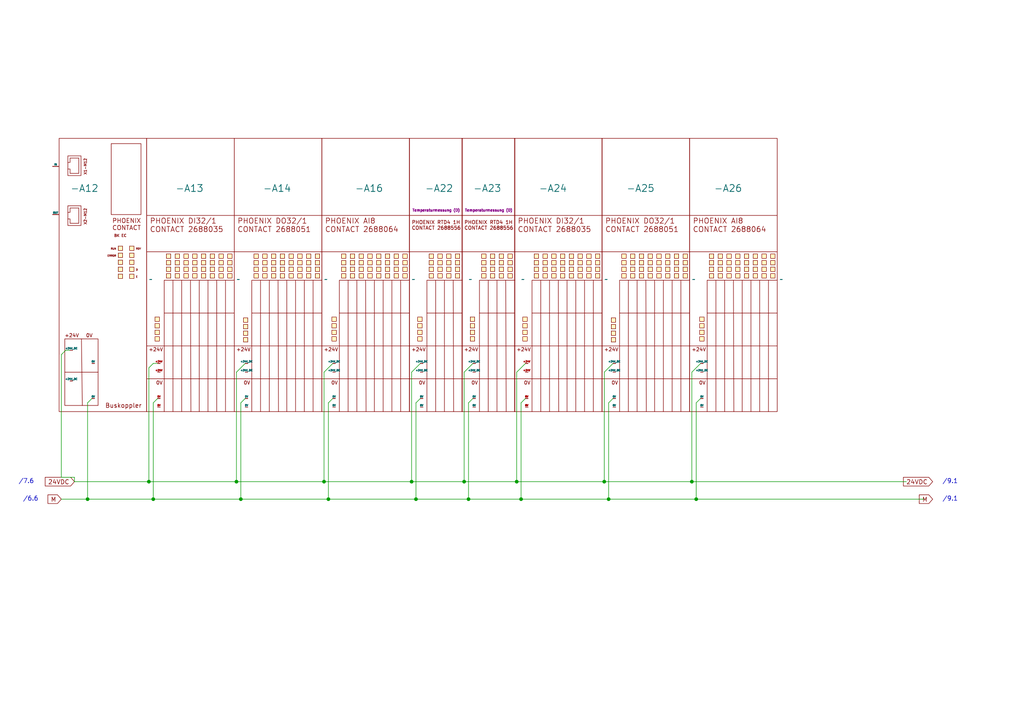
<source format=kicad_sch>
(kicad_sch (version 20250114) (generator "eeschema") (generator_version "9.0")
  (paper "A4")
  (title_block (comment 4 "2"))
  (lib_symbols
    (symbol "PLC_AI8_(A)_1" (pin_numbers (hide yes)) (pin_names (offset 0)) (on_board no)
      (property "Reference" "-A" (at -10.16 52.07 0))
      (symbol "PLC_AI8_(A)_1_0_1"
        (rectangle (start -12.065 50.038) (end 13.335 -29.21))
        (polyline (pts (xy -11.938 27.686) (xy 13.208 27.686)))
        (polyline (pts (xy -6.985 -0.635) (xy 13.335 -0.635)))
        (polyline (pts (xy -6.985 -10.16) (xy 13.335 -10.16)))
        (polyline (pts (xy -6.985 -19.685) (xy 13.335 -19.685)))
        (polyline (pts (xy -6.985 -29.21) (xy -6.985 8.89) (xy 13.335 8.89)))
        (polyline (pts (xy -4.445 -29.21) (xy -4.445 8.89)))
        (polyline (pts (xy -1.905 -29.21) (xy -1.905 8.89)))
        (polyline (pts (xy 0.762 -29.21) (xy 0.635 8.89)))
        (polyline (pts (xy 3.175 -29.21) (xy 3.175 8.89)))
        (polyline (pts (xy 5.715 -29.21) (xy 5.715 8.89)))
        (polyline (pts (xy 8.255 -29.21) (xy 8.255 8.89)))
        (polyline (pts (xy 10.795 -29.21) (xy 10.795 8.89)))
      )
      (symbol "PLC_AI8_(A)_1_1_1"
        (rectangle (start -9.144 -1.778) (end -7.874 -3.048) (fill (type background)))
        (rectangle (start -9.144 -3.683) (end -7.874 -4.953) (fill (type background)))
        (rectangle (start -9.144 -5.588) (end -7.874 -6.858) (fill (type background)))
        (rectangle (start -9.144 -7.493) (end -7.874 -8.763) (fill (type background)))
        (polyline (pts (xy -6.985 -10.16) (xy -12.065 -10.16)))
        (polyline (pts (xy -6.985 -19.685) (xy -12.065 -19.685)))
        (rectangle (start -6.35 16.51) (end -5.08 15.24) (fill (type background)))
        (rectangle (start -6.35 14.605) (end -5.08 13.335) (fill (type background)))
        (rectangle (start -6.35 12.7) (end -5.08 11.43) (fill (type background)))
        (rectangle (start -6.35 10.795) (end -5.08 9.525) (fill (type background)))
        (rectangle (start -3.81 16.51) (end -2.54 15.24) (fill (type background)))
        (rectangle (start -3.81 14.605) (end -2.54 13.335) (fill (type background)))
        (rectangle (start -3.81 12.7) (end -2.54 11.43) (fill (type background)))
        (rectangle (start -3.81 10.795) (end -2.54 9.525) (fill (type background)))
        (rectangle (start -1.27 16.51) (end 0 15.24) (fill (type background)))
        (rectangle (start -1.27 14.605) (end 0 13.335) (fill (type background)))
        (rectangle (start -1.27 12.7) (end 0 11.43) (fill (type background)))
        (rectangle (start -1.27 10.795) (end 0 9.525) (fill (type background)))
        (rectangle (start 1.27 16.51) (end 2.54 15.24) (fill (type background)))
        (rectangle (start 1.27 14.605) (end 2.54 13.335) (fill (type background)))
        (rectangle (start 1.27 12.7) (end 2.54 11.43) (fill (type background)))
        (rectangle (start 1.27 10.795) (end 2.54 9.525) (fill (type background)))
        (rectangle (start 3.81 16.51) (end 5.08 15.24) (fill (type background)))
        (rectangle (start 3.81 14.605) (end 5.08 13.335) (fill (type background)))
        (rectangle (start 3.81 12.7) (end 5.08 11.43) (fill (type background)))
        (rectangle (start 3.81 10.795) (end 5.08 9.525) (fill (type background)))
        (rectangle (start 6.35 16.51) (end 7.62 15.24) (fill (type background)))
        (rectangle (start 6.35 14.605) (end 7.62 13.335) (fill (type background)))
        (rectangle (start 6.35 12.7) (end 7.62 11.43) (fill (type background)))
        (rectangle (start 6.35 10.795) (end 7.62 9.525) (fill (type background)))
        (rectangle (start 8.89 16.51) (end 10.16 15.24) (fill (type background)))
        (rectangle (start 8.89 14.605) (end 10.16 13.335) (fill (type background)))
        (rectangle (start 8.89 12.7) (end 10.16 11.43) (fill (type background)))
        (rectangle (start 8.89 10.795) (end 10.16 9.525) (fill (type background)))
        (rectangle (start 11.43 16.51) (end 12.7 15.24) (fill (type background)))
        (rectangle (start 11.43 14.605) (end 12.7 13.335) (fill (type background)))
        (rectangle (start 11.43 12.7) (end 12.7 11.43) (fill (type background)))
        (rectangle (start 11.43 10.795) (end 12.7 9.525) (fill (type background)))
        (polyline (pts (xy 13.335 17.145) (xy -12.065 17.145)))
        (text "PHOENIX AI8\nCONTACT 2688064" (at -11.176 24.892 0) (effects (font (size 1.524 1.524)) (justify left)))
        (text "+24V" (at -9.398 -11.176 0) (effects (font (size 1.016 1.016))))
        (text "0V" (at -8.382 -20.828 0) (effects (font (size 1.016 1.016))))
        (pin passive line (at -8.89 -15.24 0) (length 0.762) (name "+24V_DC") (number "+24V"))
        (pin passive line (at -8.89 -17.78 0) (length 0.762) (name "+24V_DC") (number "+24V"))
        (pin passive line (at -8.89 -25.4 0) (length 0.762) (name "0V") (number "0V"))
        (pin passive line (at -8.89 -27.94 0) (length 0.762) (name "0V") (number "0V"))
      )
    )
    (symbol "PLC_DI32_(A)_1" (pin_names (offset 0) (hide yes)) (on_board no)
      (property "Reference" "-A" (at 9.652 51.562 0))
      (symbol "PLC_DI32_(A)_1_0_1"
        (rectangle (start -12.065 50.038) (end 13.335 -29.21))
        (polyline (pts (xy -11.938 27.686) (xy 13.208 27.686)))
        (polyline (pts (xy -6.985 -0.635) (xy 13.335 -0.635)))
        (polyline (pts (xy -6.985 -10.16) (xy 13.335 -10.16)))
        (polyline (pts (xy -6.985 -19.685) (xy 13.335 -19.685)))
        (polyline (pts (xy -6.985 -29.21) (xy -6.985 8.89) (xy 13.335 8.89)))
        (polyline (pts (xy -4.445 -29.21) (xy -4.445 8.89)))
        (polyline (pts (xy -1.905 -29.21) (xy -1.905 8.89)))
        (polyline (pts (xy 0.762 -29.21) (xy 0.635 8.89)))
        (polyline (pts (xy 3.175 -29.21) (xy 3.175 8.89)))
        (polyline (pts (xy 5.715 -29.21) (xy 5.715 8.89)))
        (polyline (pts (xy 8.255 -29.21) (xy 8.255 8.89)))
        (polyline (pts (xy 10.795 -29.21) (xy 10.795 8.89)))
      )
      (symbol "PLC_DI32_(A)_1_1_1"
        (rectangle (start -9.652 -1.778) (end -8.382 -3.048) (fill (type background)))
        (rectangle (start -9.652 -3.683) (end -8.382 -4.953) (fill (type background)))
        (rectangle (start -9.652 -5.588) (end -8.382 -6.858) (fill (type background)))
        (rectangle (start -9.652 -7.493) (end -8.382 -8.763) (fill (type background)))
        (polyline (pts (xy -6.985 -10.16) (xy -12.065 -10.16)))
        (polyline (pts (xy -6.985 -19.685) (xy -12.065 -19.685)))
        (rectangle (start -6.35 16.51) (end -5.08 15.24) (fill (type background)))
        (rectangle (start -6.35 14.605) (end -5.08 13.335) (fill (type background)))
        (rectangle (start -6.35 12.7) (end -5.08 11.43) (fill (type background)))
        (rectangle (start -6.35 10.795) (end -5.08 9.525) (fill (type background)))
        (rectangle (start -3.81 16.51) (end -2.54 15.24) (fill (type background)))
        (rectangle (start -3.81 14.605) (end -2.54 13.335) (fill (type background)))
        (rectangle (start -3.81 12.7) (end -2.54 11.43) (fill (type background)))
        (rectangle (start -3.81 10.795) (end -2.54 9.525) (fill (type background)))
        (rectangle (start -1.27 16.51) (end 0 15.24) (fill (type background)))
        (rectangle (start -1.27 14.605) (end 0 13.335) (fill (type background)))
        (rectangle (start -1.27 12.7) (end 0 11.43) (fill (type background)))
        (rectangle (start -1.27 10.795) (end 0 9.525) (fill (type background)))
        (rectangle (start 1.27 16.51) (end 2.54 15.24) (fill (type background)))
        (rectangle (start 1.27 14.605) (end 2.54 13.335) (fill (type background)))
        (rectangle (start 1.27 12.7) (end 2.54 11.43) (fill (type background)))
        (rectangle (start 1.27 10.795) (end 2.54 9.525) (fill (type background)))
        (rectangle (start 3.81 16.51) (end 5.08 15.24) (fill (type background)))
        (rectangle (start 3.81 14.605) (end 5.08 13.335) (fill (type background)))
        (rectangle (start 3.81 12.7) (end 5.08 11.43) (fill (type background)))
        (rectangle (start 3.81 10.795) (end 5.08 9.525) (fill (type background)))
        (rectangle (start 6.35 16.51) (end 7.62 15.24) (fill (type background)))
        (rectangle (start 6.35 14.605) (end 7.62 13.335) (fill (type background)))
        (rectangle (start 6.35 12.7) (end 7.62 11.43) (fill (type background)))
        (rectangle (start 6.35 10.795) (end 7.62 9.525) (fill (type background)))
        (rectangle (start 8.89 16.51) (end 10.16 15.24) (fill (type background)))
        (rectangle (start 8.89 14.605) (end 10.16 13.335) (fill (type background)))
        (rectangle (start 8.89 12.7) (end 10.16 11.43) (fill (type background)))
        (rectangle (start 8.89 10.795) (end 10.16 9.525) (fill (type background)))
        (rectangle (start 11.43 16.51) (end 12.7 15.24) (fill (type background)))
        (rectangle (start 11.43 14.605) (end 12.7 13.335) (fill (type background)))
        (rectangle (start 11.43 12.7) (end 12.7 11.43) (fill (type background)))
        (rectangle (start 11.43 10.795) (end 12.7 9.525) (fill (type background)))
        (polyline (pts (xy 13.335 17.145) (xy -12.065 17.145)))
        (text "PHOENIX DI32/1\nCONTACT 2688035" (at -11.176 24.892 0) (effects (font (size 1.524 1.524)) (justify left)))
        (text "+24V" (at -9.398 -11.176 0) (effects (font (size 1.016 1.016))))
        (text "0V" (at -8.382 -20.828 0) (effects (font (size 1.016 1.016))))
        (pin passive line (at -8.89 -15.24 0) (length 0.762) (name "+24V_DC") (number "+24V"))
        (pin passive line (at -8.89 -17.78 0) (length 0.762) (name "+24V_DC") (number "+24V"))
        (pin passive line (at -8.89 -25.4 0) (length 0.762) (name "0V") (number "0V"))
        (pin passive line (at -8.89 -27.94 0) (length 0.762) (name "0V") (number "0V"))
      )
    )
    (symbol "PLC_DO32_(A)_1" (pin_numbers (hide yes)) (pin_names (offset 0)) (on_board no)
      (property "Reference" "-A" (at -10.16 52.07 0))
      (symbol "PLC_DO32_(A)_1_0_1"
        (rectangle (start -12.065 50.038) (end 13.335 -29.21))
        (polyline (pts (xy -11.938 27.686) (xy 13.208 27.686)))
        (polyline (pts (xy -6.985 -0.635) (xy 13.335 -0.635)))
        (polyline (pts (xy -6.985 -10.16) (xy 13.335 -10.16)))
        (polyline (pts (xy -6.985 -19.685) (xy 13.335 -19.685)))
        (polyline (pts (xy -6.985 -29.21) (xy -6.985 8.89) (xy 13.335 8.89)))
        (polyline (pts (xy -4.445 -29.21) (xy -4.445 8.89)))
        (polyline (pts (xy -1.905 -29.21) (xy -1.905 8.89)))
        (polyline (pts (xy 0.762 -29.21) (xy 0.635 8.89)))
        (polyline (pts (xy 3.175 -29.21) (xy 3.175 8.89)))
        (polyline (pts (xy 5.715 -29.21) (xy 5.715 8.89)))
        (polyline (pts (xy 8.255 -29.21) (xy 8.255 8.89)))
        (polyline (pts (xy 10.795 -29.21) (xy 10.795 8.89)))
      )
      (symbol "PLC_DO32_(A)_1_1_1"
        (rectangle (start -9.398 -2.032) (end -8.128 -3.302) (fill (type background)))
        (rectangle (start -9.398 -3.937) (end -8.128 -5.207) (fill (type background)))
        (rectangle (start -9.398 -5.842) (end -8.128 -7.112) (fill (type background)))
        (rectangle (start -9.398 -7.747) (end -8.128 -9.017) (fill (type background)))
        (polyline (pts (xy -6.985 -10.16) (xy -12.065 -10.16)))
        (polyline (pts (xy -6.985 -19.685) (xy -12.065 -19.685)))
        (rectangle (start -6.35 16.51) (end -5.08 15.24) (fill (type background)))
        (rectangle (start -6.35 14.605) (end -5.08 13.335) (fill (type background)))
        (rectangle (start -6.35 12.7) (end -5.08 11.43) (fill (type background)))
        (rectangle (start -6.35 10.795) (end -5.08 9.525) (fill (type background)))
        (rectangle (start -3.81 16.51) (end -2.54 15.24) (fill (type background)))
        (rectangle (start -3.81 14.605) (end -2.54 13.335) (fill (type background)))
        (rectangle (start -3.81 12.7) (end -2.54 11.43) (fill (type background)))
        (rectangle (start -3.81 10.795) (end -2.54 9.525) (fill (type background)))
        (rectangle (start -1.27 16.51) (end 0 15.24) (fill (type background)))
        (rectangle (start -1.27 14.605) (end 0 13.335) (fill (type background)))
        (rectangle (start -1.27 12.7) (end 0 11.43) (fill (type background)))
        (rectangle (start -1.27 10.795) (end 0 9.525) (fill (type background)))
        (rectangle (start 1.27 16.51) (end 2.54 15.24) (fill (type background)))
        (rectangle (start 1.27 14.605) (end 2.54 13.335) (fill (type background)))
        (rectangle (start 1.27 12.7) (end 2.54 11.43) (fill (type background)))
        (rectangle (start 1.27 10.795) (end 2.54 9.525) (fill (type background)))
        (rectangle (start 3.81 16.51) (end 5.08 15.24) (fill (type background)))
        (rectangle (start 3.81 14.605) (end 5.08 13.335) (fill (type background)))
        (rectangle (start 3.81 12.7) (end 5.08 11.43) (fill (type background)))
        (rectangle (start 3.81 10.795) (end 5.08 9.525) (fill (type background)))
        (rectangle (start 6.35 16.51) (end 7.62 15.24) (fill (type background)))
        (rectangle (start 6.35 14.605) (end 7.62 13.335) (fill (type background)))
        (rectangle (start 6.35 12.7) (end 7.62 11.43) (fill (type background)))
        (rectangle (start 6.35 10.795) (end 7.62 9.525) (fill (type background)))
        (rectangle (start 8.89 16.51) (end 10.16 15.24) (fill (type background)))
        (rectangle (start 8.89 14.605) (end 10.16 13.335) (fill (type background)))
        (rectangle (start 8.89 12.7) (end 10.16 11.43) (fill (type background)))
        (rectangle (start 8.89 10.795) (end 10.16 9.525) (fill (type background)))
        (rectangle (start 11.43 16.51) (end 12.7 15.24) (fill (type background)))
        (rectangle (start 11.43 14.605) (end 12.7 13.335) (fill (type background)))
        (rectangle (start 11.43 12.7) (end 12.7 11.43) (fill (type background)))
        (rectangle (start 11.43 10.795) (end 12.7 9.525) (fill (type background)))
        (polyline (pts (xy 13.335 17.145) (xy -12.065 17.145)))
        (text "PHOENIX DO32/1\nCONTACT 2688051" (at -11.176 24.892 0) (effects (font (size 1.524 1.524)) (justify left)))
        (text "+24V" (at -9.398 -11.176 0) (effects (font (size 1.016 1.016))))
        (text "0V" (at -8.382 -20.828 0) (effects (font (size 1.016 1.016))))
        (pin passive line (at -8.89 -15.24 0) (length 0.762) (name "+24V_DC") (number "+24V"))
        (pin passive line (at -8.89 -17.78 0) (length 0.762) (name "+24V_DC") (number "+24V"))
        (pin passive line (at -8.89 -25.4 0) (length 0.762) (name "0V") (number "0V"))
        (pin passive line (at -8.89 -27.94 0) (length 0.762) (name "0V") (number "0V"))
      )
    )
    (symbol "PLC_RTD4_1H_(A)_1" (pin_numbers (hide yes)) (pin_names (offset 0)) (on_board no)
      (property "Reference" "-A" (at -10.16 52.07 0))
      (property "Verwendung" "Temperaturmessung (O)" (at -4.318 29.21 0))
      (symbol "PLC_RTD4_1H_(A)_1_0_1"
        (rectangle (start -12.065 50.038) (end 3.302 -29.21))
        (polyline (pts (xy -11.938 27.686) (xy 3.2264 27.6823)))
        (polyline (pts (xy -6.985 -0.635) (xy 3.175 -0.635)))
        (polyline (pts (xy -6.985 -10.16) (xy 3.175 -10.16)))
        (polyline (pts (xy -6.985 -19.685) (xy 3.175 -19.685)))
        (polyline (pts (xy -6.985 -29.21) (xy -6.985 8.89) (xy 3.302 8.89)))
        (polyline (pts (xy -4.445 -29.21) (xy -4.445 8.89)))
        (polyline (pts (xy -1.905 -29.21) (xy -1.905 8.89)))
        (polyline (pts (xy 0.762 -29.21) (xy 0.635 8.89)))
      )
      (symbol "PLC_RTD4_1H_(A)_1_1_1"
        (rectangle (start -9.652 -1.778) (end -8.382 -3.048) (fill (type background)))
        (rectangle (start -9.652 -3.683) (end -8.382 -4.953) (fill (type background)))
        (rectangle (start -9.652 -5.588) (end -8.382 -6.858) (fill (type background)))
        (rectangle (start -9.652 -7.493) (end -8.382 -8.763) (fill (type background)))
        (polyline (pts (xy -6.985 -10.16) (xy -12.065 -10.16)))
        (polyline (pts (xy -6.985 -19.685) (xy -12.065 -19.685)))
        (rectangle (start -6.35 16.51) (end -5.08 15.24) (fill (type background)))
        (rectangle (start -6.35 14.605) (end -5.08 13.335) (fill (type background)))
        (rectangle (start -6.35 12.7) (end -5.08 11.43) (fill (type background)))
        (rectangle (start -6.35 10.795) (end -5.08 9.525) (fill (type background)))
        (rectangle (start -3.81 16.51) (end -2.54 15.24) (fill (type background)))
        (rectangle (start -3.81 14.605) (end -2.54 13.335) (fill (type background)))
        (rectangle (start -3.81 12.7) (end -2.54 11.43) (fill (type background)))
        (rectangle (start -3.81 10.795) (end -2.54 9.525) (fill (type background)))
        (rectangle (start -1.27 16.51) (end 0 15.24) (fill (type background)))
        (rectangle (start -1.27 14.605) (end 0 13.335) (fill (type background)))
        (rectangle (start -1.27 12.7) (end 0 11.43) (fill (type background)))
        (rectangle (start -1.27 10.795) (end 0 9.525) (fill (type background)))
        (rectangle (start 1.27 16.51) (end 2.54 15.24) (fill (type background)))
        (rectangle (start 1.27 14.605) (end 2.54 13.335) (fill (type background)))
        (rectangle (start 1.27 12.7) (end 2.54 11.43) (fill (type background)))
        (rectangle (start 1.27 10.795) (end 2.54 9.525) (fill (type background)))
        (polyline (pts (xy 3.175 17.145) (xy -12.065 17.145)))
        (text "PHOENIX RTD4 1H\nCONTACT 2688556" (at -11.43 24.892 0) (effects (font (size 1.016 1.016)) (justify left)))
        (text "+24V" (at -9.398 -11.176 0) (effects (font (size 1.016 1.016))))
        (text "0V" (at -8.382 -20.828 0) (effects (font (size 1.016 1.016))))
        (pin passive line (at -8.89 -15.24 0) (length 0.762) (name "+24V_DC") (number "+24V"))
        (pin passive line (at -8.89 -17.78 0) (length 0.762) (name "+24V_DC") (number "+24V"))
        (pin passive line (at -8.89 -25.4 0) (length 0.762) (name "0V") (number "0V"))
        (pin passive line (at -8.89 -27.94 0) (length 0.762) (name "0V") (number "0V"))
      )
    )
    (symbol "devices:PLC_AI8_(A)" (pin_numbers (hide yes)) (pin_names (offset 0)) (on_board no)
      (property "Reference" "-A" (at -10.16 52.07 0))
      (symbol "PLC_AI8_(A)_0_1"
        (rectangle (start -12.065 50.038) (end 13.335 -29.21))
        (polyline (pts (xy -11.938 27.686) (xy 13.208 27.686)))
        (polyline (pts (xy -6.985 -0.635) (xy 13.335 -0.635)))
        (polyline (pts (xy -6.985 -10.16) (xy 13.335 -10.16)))
        (polyline (pts (xy -6.985 -19.685) (xy 13.335 -19.685)))
        (polyline (pts (xy -6.985 -29.21) (xy -6.985 8.89) (xy 13.335 8.89)))
        (polyline (pts (xy -4.445 -29.21) (xy -4.445 8.89)))
        (polyline (pts (xy -1.905 -29.21) (xy -1.905 8.89)))
        (polyline (pts (xy 0.762 -29.21) (xy 0.635 8.89)))
        (polyline (pts (xy 3.175 -29.21) (xy 3.175 8.89)))
        (polyline (pts (xy 5.715 -29.21) (xy 5.715 8.89)))
        (polyline (pts (xy 8.255 -29.21) (xy 8.255 8.89)))
        (polyline (pts (xy 10.795 -29.21) (xy 10.795 8.89)))
      )
      (symbol "PLC_AI8_(A)_1_1"
        (rectangle (start -9.144 -1.778) (end -7.874 -3.048) (fill (type background)))
        (rectangle (start -9.144 -3.683) (end -7.874 -4.953) (fill (type background)))
        (rectangle (start -9.144 -5.588) (end -7.874 -6.858) (fill (type background)))
        (rectangle (start -9.144 -7.493) (end -7.874 -8.763) (fill (type background)))
        (polyline (pts (xy -6.985 -10.16) (xy -12.065 -10.16)))
        (polyline (pts (xy -6.985 -19.685) (xy -12.065 -19.685)))
        (rectangle (start -6.35 16.51) (end -5.08 15.24) (fill (type background)))
        (rectangle (start -6.35 14.605) (end -5.08 13.335) (fill (type background)))
        (rectangle (start -6.35 12.7) (end -5.08 11.43) (fill (type background)))
        (rectangle (start -6.35 10.795) (end -5.08 9.525) (fill (type background)))
        (rectangle (start -3.81 16.51) (end -2.54 15.24) (fill (type background)))
        (rectangle (start -3.81 14.605) (end -2.54 13.335) (fill (type background)))
        (rectangle (start -3.81 12.7) (end -2.54 11.43) (fill (type background)))
        (rectangle (start -3.81 10.795) (end -2.54 9.525) (fill (type background)))
        (rectangle (start -1.27 16.51) (end 0 15.24) (fill (type background)))
        (rectangle (start -1.27 14.605) (end 0 13.335) (fill (type background)))
        (rectangle (start -1.27 12.7) (end 0 11.43) (fill (type background)))
        (rectangle (start -1.27 10.795) (end 0 9.525) (fill (type background)))
        (rectangle (start 1.27 16.51) (end 2.54 15.24) (fill (type background)))
        (rectangle (start 1.27 14.605) (end 2.54 13.335) (fill (type background)))
        (rectangle (start 1.27 12.7) (end 2.54 11.43) (fill (type background)))
        (rectangle (start 1.27 10.795) (end 2.54 9.525) (fill (type background)))
        (rectangle (start 3.81 16.51) (end 5.08 15.24) (fill (type background)))
        (rectangle (start 3.81 14.605) (end 5.08 13.335) (fill (type background)))
        (rectangle (start 3.81 12.7) (end 5.08 11.43) (fill (type background)))
        (rectangle (start 3.81 10.795) (end 5.08 9.525) (fill (type background)))
        (rectangle (start 6.35 16.51) (end 7.62 15.24) (fill (type background)))
        (rectangle (start 6.35 14.605) (end 7.62 13.335) (fill (type background)))
        (rectangle (start 6.35 12.7) (end 7.62 11.43) (fill (type background)))
        (rectangle (start 6.35 10.795) (end 7.62 9.525) (fill (type background)))
        (rectangle (start 8.89 16.51) (end 10.16 15.24) (fill (type background)))
        (rectangle (start 8.89 14.605) (end 10.16 13.335) (fill (type background)))
        (rectangle (start 8.89 12.7) (end 10.16 11.43) (fill (type background)))
        (rectangle (start 8.89 10.795) (end 10.16 9.525) (fill (type background)))
        (rectangle (start 11.43 16.51) (end 12.7 15.24) (fill (type background)))
        (rectangle (start 11.43 14.605) (end 12.7 13.335) (fill (type background)))
        (rectangle (start 11.43 12.7) (end 12.7 11.43) (fill (type background)))
        (rectangle (start 11.43 10.795) (end 12.7 9.525) (fill (type background)))
        (polyline (pts (xy 13.335 17.145) (xy -12.065 17.145)))
        (text "PHOENIX AI8\nCONTACT 2688064" (at -11.176 24.892 0) (effects (font (size 1.524 1.524)) (justify left)))
        (text "+24V" (at -9.398 -11.176 0) (effects (font (size 1.016 1.016))))
        (text "0V" (at -8.382 -20.828 0) (effects (font (size 1.016 1.016))))
        (pin passive line (at -8.89 -15.24 0) (length 0.762) (name "+24V_DC") (number "+24V"))
        (pin passive line (at -8.89 -17.78 0) (length 0.762) (name "+24V_DC") (number "+24V"))
        (pin passive line (at -8.89 -25.4 0) (length 0.762) (name "0V") (number "0V"))
        (pin passive line (at -8.89 -27.94 0) (length 0.762) (name "0V") (number "0V"))
      )
    )
    (symbol "devices:PLC_BK-EC_(A)_Buskoppler" (pin_numbers (hide yes)) (pin_names (offset 0))
      (property "Reference" "-A" (at -10.16 52.324 0))
      (symbol "PLC_BK-EC_(A)_Buskoppler_0_1"
        (rectangle (start -12.065 50.038) (end 13.335 -29.21))
        (polyline (pts (xy -9.525 43.053) (xy -8.89 43.053) (xy -8.89 44.323) (xy -6.35 44.323) (xy -6.35 39.878) (xy -8.89 39.878) (xy -8.89 40.513) (xy -8.89 41.148) (xy -9.525 41.148)))
        (polyline (pts (xy -9.525 28.575) (xy -8.89 28.575) (xy -8.89 29.845) (xy -6.35 29.845) (xy -6.35 25.4) (xy -8.89 25.4) (xy -8.89 26.035) (xy -8.89 26.67) (xy -9.525 26.67)))
        (rectangle (start -5.715 44.958) (end -9.525 39.243))
        (rectangle (start -5.715 30.48) (end -9.525 24.765))
      )
      (symbol "PLC_BK-EC_(A)_Buskoppler_1_1"
        (polyline (pts (xy -10.414 -17.78) (xy -0.762 -17.78)))
        (rectangle (start -10.414 -27.432) (end -0.762 -8.128))
        (polyline (pts (xy -5.588 -8.128) (xy -5.334 -27.432)))
        (rectangle (start 3.048 48.514) (end 11.684 27.94) (fill (type color)))
        (rectangle (start 5.08 18.796) (end 6.35 17.526) (fill (type background)))
        (rectangle (start 5.08 16.764) (end 6.35 15.494) (fill (type background)))
        (rectangle (start 5.08 14.732) (end 6.35 13.462) (fill (type background)))
        (rectangle (start 5.08 12.7) (end 6.35 11.43) (fill (type background)))
        (rectangle (start 5.08 10.668) (end 6.35 9.398) (fill (type background)))
        (rectangle (start 8.382 18.796) (end 9.652 17.526) (fill (type background)))
        (rectangle (start 8.382 16.764) (end 9.652 15.494) (fill (type background)))
        (rectangle (start 8.382 14.732) (end 9.652 13.462) (fill (type background)))
        (rectangle (start 8.382 12.7) (end 9.652 11.43) (fill (type background)))
        (rectangle (start 8.382 10.668) (end 9.652 9.398) (fill (type background)))
        (text "+24V" (at -8.382 -7.112 0) (effects (font (size 1.016 1.016))))
        (text "X1-M12" (at -4.445 41.91 900) (effects (font (size 0.762 0.762))))
        (text "X2-M12" (at -4.445 27.432 900) (effects (font (size 0.762 0.762))))
        (text "0V" (at -3.302 -7.112 0) (effects (font (size 1.016 1.016))))
        (text "PHOENIX\nCONTACT" (at 3.302 25.146 0) (effects (font (size 1.27 1.27)) (justify left)))
        (text "BK EC" (at 3.81 21.844 0) (effects (font (size 0.762 0.762)) (justify left)))
        (text "RUN" (at 4.572 18.034 0) (effects (font (size 0.508 0.508)) (justify right)))
        (text "ERROR" (at 4.572 16.002 0) (effects (font (size 0.508 0.508)) (justify right)))
        (text "Buskoppler" (at 6.604 -27.432 0) (effects (font (size 1.27 1.27))))
        (text "RDY" (at 10.16 18.034 0) (effects (font (size 0.508 0.508)) (justify left)))
        (text "D" (at 10.16 11.938 0) (effects (font (size 0.508 0.508)) (justify left)))
        (text "E" (at 10.16 9.906 0) (effects (font (size 0.508 0.508)) (justify left)))
        (pin bidirectional line (at -13.97 41.91 0) (length 1.778) (name "IN") (number "IN"))
        (pin bidirectional line (at -13.97 27.94 0) (length 1.778) (name "OUT") (number "OUT"))
        (pin passive line (at -8.89 -11.43 0) (length 0.762) (name "+24V_DC") (number "+24V"))
        (pin passive line (at -8.89 -20.32 0) (length 0.762) (name "+24V_DC") (number "+24V"))
        (pin passive line (at -2.54 -15.24 0) (length 0.762) (name "0V") (number "0V"))
        (pin passive line (at -2.54 -25.4 0) (length 0.762) (name "0V") (number "0V"))
      )
    )
    (symbol "devices:PLC_DI32_(A)" (pin_names (offset 0) (hide yes)) (on_board no)
      (property "Reference" "-A" (at 9.652 51.562 0))
      (symbol "PLC_DI32_(A)_0_1"
        (rectangle (start -12.065 50.038) (end 13.335 -29.21))
        (polyline (pts (xy -11.938 27.686) (xy 13.208 27.686)))
        (polyline (pts (xy -6.985 -0.635) (xy 13.335 -0.635)))
        (polyline (pts (xy -6.985 -10.16) (xy 13.335 -10.16)))
        (polyline (pts (xy -6.985 -19.685) (xy 13.335 -19.685)))
        (polyline (pts (xy -6.985 -29.21) (xy -6.985 8.89) (xy 13.335 8.89)))
        (polyline (pts (xy -4.445 -29.21) (xy -4.445 8.89)))
        (polyline (pts (xy -1.905 -29.21) (xy -1.905 8.89)))
        (polyline (pts (xy 0.762 -29.21) (xy 0.635 8.89)))
        (polyline (pts (xy 3.175 -29.21) (xy 3.175 8.89)))
        (polyline (pts (xy 5.715 -29.21) (xy 5.715 8.89)))
        (polyline (pts (xy 8.255 -29.21) (xy 8.255 8.89)))
        (polyline (pts (xy 10.795 -29.21) (xy 10.795 8.89)))
      )
      (symbol "PLC_DI32_(A)_1_1"
        (rectangle (start -9.652 -1.778) (end -8.382 -3.048) (fill (type background)))
        (rectangle (start -9.652 -3.683) (end -8.382 -4.953) (fill (type background)))
        (rectangle (start -9.652 -5.588) (end -8.382 -6.858) (fill (type background)))
        (rectangle (start -9.652 -7.493) (end -8.382 -8.763) (fill (type background)))
        (polyline (pts (xy -6.985 -10.16) (xy -12.065 -10.16)))
        (polyline (pts (xy -6.985 -19.685) (xy -12.065 -19.685)))
        (rectangle (start -6.35 16.51) (end -5.08 15.24) (fill (type background)))
        (rectangle (start -6.35 14.605) (end -5.08 13.335) (fill (type background)))
        (rectangle (start -6.35 12.7) (end -5.08 11.43) (fill (type background)))
        (rectangle (start -6.35 10.795) (end -5.08 9.525) (fill (type background)))
        (rectangle (start -3.81 16.51) (end -2.54 15.24) (fill (type background)))
        (rectangle (start -3.81 14.605) (end -2.54 13.335) (fill (type background)))
        (rectangle (start -3.81 12.7) (end -2.54 11.43) (fill (type background)))
        (rectangle (start -3.81 10.795) (end -2.54 9.525) (fill (type background)))
        (rectangle (start -1.27 16.51) (end 0 15.24) (fill (type background)))
        (rectangle (start -1.27 14.605) (end 0 13.335) (fill (type background)))
        (rectangle (start -1.27 12.7) (end 0 11.43) (fill (type background)))
        (rectangle (start -1.27 10.795) (end 0 9.525) (fill (type background)))
        (rectangle (start 1.27 16.51) (end 2.54 15.24) (fill (type background)))
        (rectangle (start 1.27 14.605) (end 2.54 13.335) (fill (type background)))
        (rectangle (start 1.27 12.7) (end 2.54 11.43) (fill (type background)))
        (rectangle (start 1.27 10.795) (end 2.54 9.525) (fill (type background)))
        (rectangle (start 3.81 16.51) (end 5.08 15.24) (fill (type background)))
        (rectangle (start 3.81 14.605) (end 5.08 13.335) (fill (type background)))
        (rectangle (start 3.81 12.7) (end 5.08 11.43) (fill (type background)))
        (rectangle (start 3.81 10.795) (end 5.08 9.525) (fill (type background)))
        (rectangle (start 6.35 16.51) (end 7.62 15.24) (fill (type background)))
        (rectangle (start 6.35 14.605) (end 7.62 13.335) (fill (type background)))
        (rectangle (start 6.35 12.7) (end 7.62 11.43) (fill (type background)))
        (rectangle (start 6.35 10.795) (end 7.62 9.525) (fill (type background)))
        (rectangle (start 8.89 16.51) (end 10.16 15.24) (fill (type background)))
        (rectangle (start 8.89 14.605) (end 10.16 13.335) (fill (type background)))
        (rectangle (start 8.89 12.7) (end 10.16 11.43) (fill (type background)))
        (rectangle (start 8.89 10.795) (end 10.16 9.525) (fill (type background)))
        (rectangle (start 11.43 16.51) (end 12.7 15.24) (fill (type background)))
        (rectangle (start 11.43 14.605) (end 12.7 13.335) (fill (type background)))
        (rectangle (start 11.43 12.7) (end 12.7 11.43) (fill (type background)))
        (rectangle (start 11.43 10.795) (end 12.7 9.525) (fill (type background)))
        (polyline (pts (xy 13.335 17.145) (xy -12.065 17.145)))
        (text "PHOENIX DI32/1\nCONTACT 2688035" (at -11.176 24.892 0) (effects (font (size 1.524 1.524)) (justify left)))
        (text "+24V" (at -9.398 -11.176 0) (effects (font (size 1.016 1.016))))
        (text "0V" (at -8.382 -20.828 0) (effects (font (size 1.016 1.016))))
        (pin passive line (at -8.89 -15.24 0) (length 0.762) (name "+24V_DC") (number "+24V"))
        (pin passive line (at -8.89 -17.78 0) (length 0.762) (name "+24V_DC") (number "+24V"))
        (pin passive line (at -8.89 -25.4 0) (length 0.762) (name "0V") (number "0V"))
        (pin passive line (at -8.89 -27.94 0) (length 0.762) (name "0V") (number "0V"))
      )
    )
    (symbol "devices:PLC_DO32_(A)" (pin_numbers (hide yes)) (pin_names (offset 0)) (on_board no)
      (property "Reference" "-A" (at -10.16 52.07 0))
      (symbol "PLC_DO32_(A)_0_1"
        (rectangle (start -12.065 50.038) (end 13.335 -29.21))
        (polyline (pts (xy -11.938 27.686) (xy 13.208 27.686)))
        (polyline (pts (xy -6.985 -0.635) (xy 13.335 -0.635)))
        (polyline (pts (xy -6.985 -10.16) (xy 13.335 -10.16)))
        (polyline (pts (xy -6.985 -19.685) (xy 13.335 -19.685)))
        (polyline (pts (xy -6.985 -29.21) (xy -6.985 8.89) (xy 13.335 8.89)))
        (polyline (pts (xy -4.445 -29.21) (xy -4.445 8.89)))
        (polyline (pts (xy -1.905 -29.21) (xy -1.905 8.89)))
        (polyline (pts (xy 0.762 -29.21) (xy 0.635 8.89)))
        (polyline (pts (xy 3.175 -29.21) (xy 3.175 8.89)))
        (polyline (pts (xy 5.715 -29.21) (xy 5.715 8.89)))
        (polyline (pts (xy 8.255 -29.21) (xy 8.255 8.89)))
        (polyline (pts (xy 10.795 -29.21) (xy 10.795 8.89)))
      )
      (symbol "PLC_DO32_(A)_1_1"
        (rectangle (start -9.398 -2.032) (end -8.128 -3.302) (fill (type background)))
        (rectangle (start -9.398 -3.937) (end -8.128 -5.207) (fill (type background)))
        (rectangle (start -9.398 -5.842) (end -8.128 -7.112) (fill (type background)))
        (rectangle (start -9.398 -7.747) (end -8.128 -9.017) (fill (type background)))
        (polyline (pts (xy -6.985 -10.16) (xy -12.065 -10.16)))
        (polyline (pts (xy -6.985 -19.685) (xy -12.065 -19.685)))
        (rectangle (start -6.35 16.51) (end -5.08 15.24) (fill (type background)))
        (rectangle (start -6.35 14.605) (end -5.08 13.335) (fill (type background)))
        (rectangle (start -6.35 12.7) (end -5.08 11.43) (fill (type background)))
        (rectangle (start -6.35 10.795) (end -5.08 9.525) (fill (type background)))
        (rectangle (start -3.81 16.51) (end -2.54 15.24) (fill (type background)))
        (rectangle (start -3.81 14.605) (end -2.54 13.335) (fill (type background)))
        (rectangle (start -3.81 12.7) (end -2.54 11.43) (fill (type background)))
        (rectangle (start -3.81 10.795) (end -2.54 9.525) (fill (type background)))
        (rectangle (start -1.27 16.51) (end 0 15.24) (fill (type background)))
        (rectangle (start -1.27 14.605) (end 0 13.335) (fill (type background)))
        (rectangle (start -1.27 12.7) (end 0 11.43) (fill (type background)))
        (rectangle (start -1.27 10.795) (end 0 9.525) (fill (type background)))
        (rectangle (start 1.27 16.51) (end 2.54 15.24) (fill (type background)))
        (rectangle (start 1.27 14.605) (end 2.54 13.335) (fill (type background)))
        (rectangle (start 1.27 12.7) (end 2.54 11.43) (fill (type background)))
        (rectangle (start 1.27 10.795) (end 2.54 9.525) (fill (type background)))
        (rectangle (start 3.81 16.51) (end 5.08 15.24) (fill (type background)))
        (rectangle (start 3.81 14.605) (end 5.08 13.335) (fill (type background)))
        (rectangle (start 3.81 12.7) (end 5.08 11.43) (fill (type background)))
        (rectangle (start 3.81 10.795) (end 5.08 9.525) (fill (type background)))
        (rectangle (start 6.35 16.51) (end 7.62 15.24) (fill (type background)))
        (rectangle (start 6.35 14.605) (end 7.62 13.335) (fill (type background)))
        (rectangle (start 6.35 12.7) (end 7.62 11.43) (fill (type background)))
        (rectangle (start 6.35 10.795) (end 7.62 9.525) (fill (type background)))
        (rectangle (start 8.89 16.51) (end 10.16 15.24) (fill (type background)))
        (rectangle (start 8.89 14.605) (end 10.16 13.335) (fill (type background)))
        (rectangle (start 8.89 12.7) (end 10.16 11.43) (fill (type background)))
        (rectangle (start 8.89 10.795) (end 10.16 9.525) (fill (type background)))
        (rectangle (start 11.43 16.51) (end 12.7 15.24) (fill (type background)))
        (rectangle (start 11.43 14.605) (end 12.7 13.335) (fill (type background)))
        (rectangle (start 11.43 12.7) (end 12.7 11.43) (fill (type background)))
        (rectangle (start 11.43 10.795) (end 12.7 9.525) (fill (type background)))
        (polyline (pts (xy 13.335 17.145) (xy -12.065 17.145)))
        (text "PHOENIX DO32/1\nCONTACT 2688051" (at -11.176 24.892 0) (effects (font (size 1.524 1.524)) (justify left)))
        (text "+24V" (at -9.398 -11.176 0) (effects (font (size 1.016 1.016))))
        (text "0V" (at -8.382 -20.828 0) (effects (font (size 1.016 1.016))))
        (pin passive line (at -8.89 -15.24 0) (length 0.762) (name "+24V_DC") (number "+24V"))
        (pin passive line (at -8.89 -17.78 0) (length 0.762) (name "+24V_DC") (number "+24V"))
        (pin passive line (at -8.89 -25.4 0) (length 0.762) (name "0V") (number "0V"))
        (pin passive line (at -8.89 -27.94 0) (length 0.762) (name "0V") (number "0V"))
      )
    )
    (symbol "devices:PLC_RTD4_1H_(A)" (pin_numbers (hide yes)) (pin_names (offset 0)) (on_board no)
      (property "Reference" "-A" (at -10.16 52.07 0))
      (property "Verwendung" "Temperaturmessung (O)" (at -4.318 29.21 0))
      (symbol "PLC_RTD4_1H_(A)_0_1"
        (rectangle (start -12.065 50.038) (end 3.302 -29.21))
        (polyline (pts (xy -11.938 27.686) (xy 3.2264 27.6823)))
        (polyline (pts (xy -6.985 -0.635) (xy 3.175 -0.635)))
        (polyline (pts (xy -6.985 -10.16) (xy 3.175 -10.16)))
        (polyline (pts (xy -6.985 -19.685) (xy 3.175 -19.685)))
        (polyline (pts (xy -6.985 -29.21) (xy -6.985 8.89) (xy 3.302 8.89)))
        (polyline (pts (xy -4.445 -29.21) (xy -4.445 8.89)))
        (polyline (pts (xy -1.905 -29.21) (xy -1.905 8.89)))
        (polyline (pts (xy 0.762 -29.21) (xy 0.635 8.89)))
      )
      (symbol "PLC_RTD4_1H_(A)_1_1"
        (rectangle (start -9.652 -1.778) (end -8.382 -3.048) (fill (type background)))
        (rectangle (start -9.652 -3.683) (end -8.382 -4.953) (fill (type background)))
        (rectangle (start -9.652 -5.588) (end -8.382 -6.858) (fill (type background)))
        (rectangle (start -9.652 -7.493) (end -8.382 -8.763) (fill (type background)))
        (polyline (pts (xy -6.985 -10.16) (xy -12.065 -10.16)))
        (polyline (pts (xy -6.985 -19.685) (xy -12.065 -19.685)))
        (rectangle (start -6.35 16.51) (end -5.08 15.24) (fill (type background)))
        (rectangle (start -6.35 14.605) (end -5.08 13.335) (fill (type background)))
        (rectangle (start -6.35 12.7) (end -5.08 11.43) (fill (type background)))
        (rectangle (start -6.35 10.795) (end -5.08 9.525) (fill (type background)))
        (rectangle (start -3.81 16.51) (end -2.54 15.24) (fill (type background)))
        (rectangle (start -3.81 14.605) (end -2.54 13.335) (fill (type background)))
        (rectangle (start -3.81 12.7) (end -2.54 11.43) (fill (type background)))
        (rectangle (start -3.81 10.795) (end -2.54 9.525) (fill (type background)))
        (rectangle (start -1.27 16.51) (end 0 15.24) (fill (type background)))
        (rectangle (start -1.27 14.605) (end 0 13.335) (fill (type background)))
        (rectangle (start -1.27 12.7) (end 0 11.43) (fill (type background)))
        (rectangle (start -1.27 10.795) (end 0 9.525) (fill (type background)))
        (rectangle (start 1.27 16.51) (end 2.54 15.24) (fill (type background)))
        (rectangle (start 1.27 14.605) (end 2.54 13.335) (fill (type background)))
        (rectangle (start 1.27 12.7) (end 2.54 11.43) (fill (type background)))
        (rectangle (start 1.27 10.795) (end 2.54 9.525) (fill (type background)))
        (polyline (pts (xy 3.175 17.145) (xy -12.065 17.145)))
        (text "PHOENIX RTD4 1H\nCONTACT 2688556" (at -11.43 24.892 0) (effects (font (size 1.016 1.016)) (justify left)))
        (text "+24V" (at -9.398 -11.176 0) (effects (font (size 1.016 1.016))))
        (text "0V" (at -8.382 -20.828 0) (effects (font (size 1.016 1.016))))
        (pin passive line (at -8.89 -15.24 0) (length 0.762) (name "+24V_DC") (number "+24V"))
        (pin passive line (at -8.89 -17.78 0) (length 0.762) (name "+24V_DC") (number "+24V"))
        (pin passive line (at -8.89 -25.4 0) (length 0.762) (name "0V") (number "0V"))
        (pin passive line (at -8.89 -27.94 0) (length 0.762) (name "0V") (number "0V"))
      )
    )
  )
  (text "/9.1" (at 275.59 139.7 0) (effects (font (size 1.27 1.27))))
  (text "/9.1" (at 275.59 144.78 0) (effects (font (size 1.27 1.27))))
  (text "/6.6" (at 8.89 144.78 0) (effects (font (size 1.27 1.27))))
  (text "/7.6\n" (at 7.62 139.7 0) (effects (font (size 1.27 1.27))))
  (junction (at 200.66 139.7))
  (junction (at 44.45 144.78))
  (junction (at 134.62 139.7))
  (junction (at 149.86 139.7))
  (junction (at 69.85 144.78))
  (junction (at 68.58 139.7))
  (junction (at 93.98 139.7))
  (junction (at 201.93 144.78))
  (junction (at 176.53 144.78))
  (junction (at 95.25 144.78))
  (junction (at 175.26 139.7))
  (junction (at 119.38 139.7))
  (junction (at 120.65 144.78))
  (junction (at 151.13 144.78))
  (junction (at 43.18 139.7))
  (junction (at 135.89 144.78))
  (junction (at 25.4 144.78))
  (wire (pts (xy 45.72 105.41) (xy 44.45 105.41)))
  (wire (pts (xy 119.38 107.95) (xy 119.38 139.7)))
  (wire (pts (xy 137.16 105.41) (xy 134.62 107.95)))
  (wire (pts (xy 175.26 107.95) (xy 175.26 139.7)))
  (wire (pts (xy 95.25 144.78) (xy 120.65 144.78)))
  (wire (pts (xy 44.45 116.84) (xy 44.45 144.78)))
  (wire (pts (xy 71.12 105.41) (xy 68.58 107.95)))
  (wire (pts (xy 137.16 115.57) (xy 135.89 116.84)))
  (wire (pts (xy 68.58 107.95) (xy 68.58 139.7)))
  (wire (pts (xy 121.92 105.41) (xy 119.38 107.95)))
  (wire (pts (xy 21.59 138.43) (xy 17.78 138.43)))
  (wire (pts (xy 201.93 116.84) (xy 201.93 144.78)))
  (wire (pts (xy 21.59 138.43) (xy 21.59 139.7)))
  (wire (pts (xy 175.26 139.7) (xy 200.66 139.7)))
  (wire (pts (xy 96.52 105.41) (xy 93.98 107.95)))
  (wire (pts (xy 69.85 144.78) (xy 95.25 144.78)))
  (wire (pts (xy 151.13 144.78) (xy 176.53 144.78)))
  (wire (pts (xy 45.72 115.57) (xy 44.45 116.84)))
  (wire (pts (xy 25.4 144.78) (xy 44.45 144.78)))
  (wire (pts (xy 119.38 139.7) (xy 134.62 139.7)))
  (wire (pts (xy 44.45 144.78) (xy 69.85 144.78)))
  (wire (pts (xy 120.65 144.78) (xy 135.89 144.78)))
  (wire (pts (xy 135.89 144.78) (xy 151.13 144.78)))
  (wire (pts (xy 71.12 115.57) (xy 69.85 116.84)))
  (wire (pts (xy 96.52 115.57) (xy 95.25 116.84)))
  (wire (pts (xy 17.78 138.43) (xy 17.78 102.87)))
  (wire (pts (xy 95.25 116.84) (xy 95.25 144.78)))
  (wire (pts (xy 203.2 105.41) (xy 200.66 107.95)))
  (wire (pts (xy 134.62 139.7) (xy 149.86 139.7)))
  (wire (pts (xy 121.92 115.57) (xy 120.65 116.84)))
  (wire (pts (xy 177.8 115.57) (xy 176.53 116.84)))
  (wire (pts (xy 69.85 116.84) (xy 69.85 144.78)))
  (wire (pts (xy 20.32 101.6) (xy 19.05 101.6)))
  (wire (pts (xy 21.59 139.7) (xy 43.18 139.7)))
  (wire (pts (xy 201.93 144.78) (xy 267.97 144.78)))
  (wire (pts (xy 93.98 107.95) (xy 93.98 139.7)))
  (wire (pts (xy 43.18 106.68) (xy 43.18 139.7)))
  (wire (pts (xy 151.13 116.84) (xy 151.13 144.78)))
  (wire (pts (xy 176.53 116.84) (xy 176.53 144.78)))
  (wire (pts (xy 44.45 105.41) (xy 43.18 106.68)))
  (wire (pts (xy 149.86 139.7) (xy 175.26 139.7)))
  (wire (pts (xy 200.66 139.7) (xy 262.89 139.7)))
  (wire (pts (xy 149.86 107.95) (xy 149.86 139.7)))
  (wire (pts (xy 68.58 139.7) (xy 93.98 139.7)))
  (wire (pts (xy 120.65 116.84) (xy 120.65 144.78)))
  (wire (pts (xy 200.66 107.95) (xy 200.66 139.7)))
  (wire (pts (xy 152.4 105.41) (xy 149.86 107.95)))
  (wire (pts (xy 177.8 105.41) (xy 175.26 107.95)))
  (wire (pts (xy 135.89 116.84) (xy 135.89 144.78)))
  (wire (pts (xy 152.4 115.57) (xy 151.13 116.84)))
  (wire (pts (xy 203.2 115.57) (xy 201.93 116.84)))
  (wire (pts (xy 43.18 139.7) (xy 68.58 139.7)))
  (wire (pts (xy 176.53 144.78) (xy 201.93 144.78)))
  (wire (pts (xy 93.98 139.7) (xy 119.38 139.7)))
  (wire (pts (xy 134.62 107.95) (xy 134.62 139.7)))
  (wire (pts (xy 17.78 144.78) (xy 25.4 144.78)))
  (wire (pts (xy 19.05 101.6) (xy 17.78 102.87)))
  (wire (pts (xy 26.67 115.57) (xy 25.4 116.84)))
  (wire (pts (xy 25.4 116.84) (xy 25.4 144.78)))
  (global_label "M" (shape input) (at 270.51 144.78 180) (property "Intersheetrefs" "${INTERSHEET_REFS}" (effects (hide yes))))
  (global_label "24VDC" (shape input) (at 21.59 139.7 180) (property "Intersheetrefs" "${INTERSHEET_REFS}" (effects (hide yes))))
  (global_label "24VDC" (shape input) (at 270.51 139.7 180) (property "Intersheetrefs" "${INTERSHEET_REFS}" (effects (hide yes))))
  (global_label "M" (shape input) (at 17.78 144.78 180) (property "Intersheetrefs" "${INTERSHEET_REFS}" (effects (hide yes))))
  (symbol (lib_name "PLC_RTD4_1H_(A)_1") (lib_id "devices:PLC_RTD4_1H_(A)") (at 146.05 90.17 0) (unit 1) (on_board no)
    (property "Reference" "-A23" (at 137.16 54.61 0) (effects (font (size 2 2)) (justify left)))
    (property "Value" "~" (at 151.13 81.0259 0) (effects (justify left)))
    (property "Verwendung" "Temperaturmessung (O)" (at 141.732 60.96 0) (effects (font (size 0.762 0.762))))
  )
  (symbol (lib_id "devices:PLC_AI8_(A)") (at 105.41 90.17 0) (unit 1) (on_board no)
    (property "Reference" "-A16" (at 102.87 54.61 0) (effects (font (size 2 2)) (justify left)))
    (property "Value" "~" (at 119.38 81.0259 0) (effects (justify left)))
  )
  (symbol (lib_name "PLC_AI8_(A)_1") (lib_id "devices:PLC_AI8_(A)") (at 212.09 90.17 0) (unit 1) (on_board no)
    (property "Reference" "-A26" (at 207.01 54.61 0) (effects (font (size 2 2)) (justify left)))
    (property "Value" "~" (at 226.06 81.0259 0) (effects (justify left)))
  )
  (symbol (lib_id "devices:PLC_DI32_(A)") (at 54.61 90.17 0) (unit 1) (on_board no)
    (property "Reference" "-A13" (at 50.8 54.61 0) (effects (font (size 2 2)) (justify left)))
    (property "Value" "~" (at 68.58 81.0259 0) (effects (justify left)))
    (property "00" "00" (effects (hide yes)))
    (property "E0.0" "E0.0" (effects (hide yes)))
  )
  (symbol (lib_name "PLC_DO32_(A)_1") (lib_id "devices:PLC_DO32_(A)") (at 186.69 90.17 0) (unit 1) (on_board no)
    (property "Reference" "-A25" (at 181.61 54.61 0) (effects (font (size 2 2)) (justify left)))
    (property "Value" "~" (at 200.66 81.0259 0) (effects (justify left)))
  )
  (symbol (lib_id "devices:PLC_DO32_(A)") (at 80.01 90.17 0) (unit 1) (on_board no)
    (property "Reference" "-A14" (at 76.2 54.61 0) (effects (font (size 2 2)) (justify left)))
    (property "Value" "~" (at 93.98 81.0259 0) (effects (justify left)))
  )
  (symbol (lib_name "PLC_DI32_(A)_1") (lib_id "devices:PLC_DI32_(A)") (at 161.29 90.17 0) (unit 1) (on_board no)
    (property "Reference" "-A24" (at 156.21 54.61 0) (effects (font (size 2 2)) (justify left)))
    (property "Value" "~" (at 175.26 81.0259 0) (effects (justify left)))
    (property "00" "00" (effects (hide yes)))
    (property "E0.0" "E0.0" (effects (hide yes)))
  )
  (symbol (lib_id "devices:PLC_BK-EC_(A)_Buskoppler") (at 29.21 90.17 0) (unit 1)
    (property "Reference" "-A12" (at 20.32 54.61 0) (effects (font (size 2 2)) (justify left)))
    (property "Value" "~" (at 43.18 81.0259 0) (effects (justify left)))
  )
  (symbol (lib_id "devices:PLC_RTD4_1H_(A)") (at 130.81 90.17 0) (unit 1) (on_board no)
    (property "Reference" "-A22" (at 123.19 54.61 0) (effects (font (size 2 2)) (justify left)))
    (property "Value" "~" (at 135.89 81.0259 0) (effects (justify left)))
    (property "Verwendung" "Temperaturmessung (O)" (at 126.492 60.96 0) (effects (font (size 0.762 0.762))))
  )
  (sheet (at 322.58 0) (size 322.58 210.82) (stroke (width 0.1524))
    (property "Sheetname" "ÜbergeordneteSteuerung PNOZ Multi" (at 322.58 -0.7116 0) (effects (justify left bottom)))
    (property "Sheetfile" "ÜbergeordneteSteuerung PNOZ Multi.kicad_sch" (at 322.58 211.4046 0) (effects (justify left top)))
  )
)
</source>
